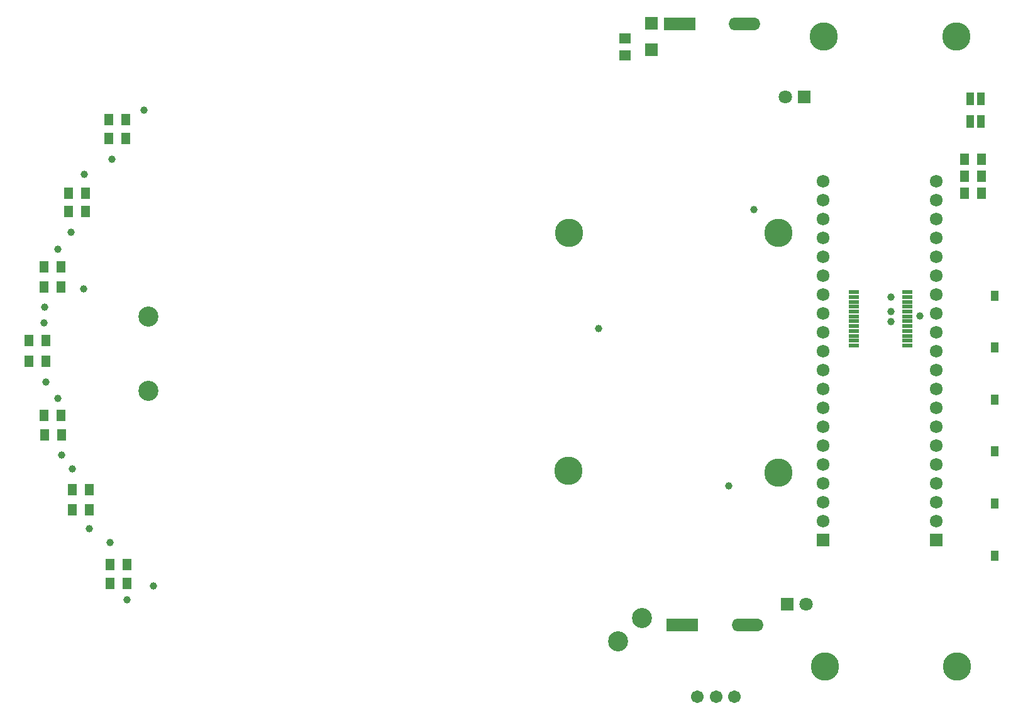
<source format=gbr>
G04*
G04 #@! TF.GenerationSoftware,Altium Limited,Altium Designer,25.5.2 (35)*
G04*
G04 Layer_Color=8388736*
%FSLAX25Y25*%
%MOIN*%
G70*
G04*
G04 #@! TF.SameCoordinates,3A6C04F0-8456-4D88-A865-9B6E00D0E649*
G04*
G04*
G04 #@! TF.FilePolarity,Negative*
G04*
G01*
G75*
%ADD29R,0.06800X0.06800*%
%ADD30R,0.06300X0.05800*%
%ADD31R,0.04737X0.06300*%
%ADD32R,0.05721X0.02375*%
%ADD33R,0.03950X0.05524*%
%ADD34O,0.16800X0.06706*%
%ADD35R,0.04343X0.06706*%
%ADD36R,0.16800X0.06706*%
%ADD37C,0.14973*%
%ADD38C,0.02375*%
%ADD39C,0.10642*%
%ADD40C,0.02769*%
%ADD41R,0.06784X0.06784*%
%ADD42C,0.06784*%
%ADD43C,0.06737*%
%ADD44R,0.07099X0.07099*%
%ADD45C,0.07099*%
%ADD46C,0.03950*%
D29*
X341500Y370500D02*
D03*
Y356500D02*
D03*
D30*
X327500Y362500D02*
D03*
Y353500D02*
D03*
D31*
X34500Y113000D02*
D03*
X43500D02*
D03*
X34500Y123500D02*
D03*
X19500Y163000D02*
D03*
X32500Y280500D02*
D03*
X41500Y271000D02*
D03*
X20500Y191500D02*
D03*
X63000Y309500D02*
D03*
X54000D02*
D03*
X32500Y271000D02*
D03*
X41500Y280500D02*
D03*
X54500Y84000D02*
D03*
X63500D02*
D03*
X54500Y74000D02*
D03*
X63500D02*
D03*
X43500Y123500D02*
D03*
X28500Y163000D02*
D03*
X29000Y152500D02*
D03*
X20000D02*
D03*
X20500Y202500D02*
D03*
X11500D02*
D03*
Y191500D02*
D03*
X19500Y241500D02*
D03*
X19500Y231000D02*
D03*
X63000Y319500D02*
D03*
X28500Y241500D02*
D03*
X507500Y280500D02*
D03*
Y298500D02*
D03*
Y289500D02*
D03*
X54000Y319500D02*
D03*
X516500Y289500D02*
D03*
Y280500D02*
D03*
Y298500D02*
D03*
X28500Y231000D02*
D03*
D32*
X477272Y215280D02*
D03*
Y225516D02*
D03*
X448728Y222957D02*
D03*
Y207602D02*
D03*
X477272Y212720D02*
D03*
Y217839D02*
D03*
Y210161D02*
D03*
Y205043D02*
D03*
Y207602D02*
D03*
Y222957D02*
D03*
Y220398D02*
D03*
Y199925D02*
D03*
Y202484D02*
D03*
Y228075D02*
D03*
X448728Y199925D02*
D03*
Y202484D02*
D03*
Y210161D02*
D03*
Y212720D02*
D03*
Y228075D02*
D03*
Y225516D02*
D03*
Y220398D02*
D03*
Y217839D02*
D03*
Y215280D02*
D03*
Y205043D02*
D03*
D33*
X523622Y116142D02*
D03*
X523500Y171280D02*
D03*
Y226378D02*
D03*
Y198819D02*
D03*
X523622Y88583D02*
D03*
X523500Y143720D02*
D03*
D34*
X391016Y370079D02*
D03*
X392500Y52000D02*
D03*
D35*
X510715Y330602D02*
D03*
X516295D02*
D03*
X516285Y318398D02*
D03*
X510715D02*
D03*
D36*
X356516Y370079D02*
D03*
X358000Y52000D02*
D03*
D37*
X503709Y30000D02*
D03*
X433417D02*
D03*
X432882Y363500D02*
D03*
X503173D02*
D03*
X409000Y132500D02*
D03*
X297500Y133500D02*
D03*
X409000Y259500D02*
D03*
X298000D02*
D03*
D38*
X503500Y36000D02*
D03*
X507500Y34500D02*
D03*
X499500Y34000D02*
D03*
X509520Y30000D02*
D03*
X504000Y24500D02*
D03*
X499500Y26000D02*
D03*
X507500D02*
D03*
X498000Y30000D02*
D03*
X433209Y36000D02*
D03*
X437209Y34500D02*
D03*
X429209Y34000D02*
D03*
X439228Y30000D02*
D03*
X433709Y24500D02*
D03*
X429209Y26000D02*
D03*
X437209D02*
D03*
X427709Y30000D02*
D03*
X433091Y357500D02*
D03*
X429091Y359000D02*
D03*
X437091Y359500D02*
D03*
X427071Y363500D02*
D03*
X432591Y369000D02*
D03*
X437091Y367500D02*
D03*
X429091D02*
D03*
X438591Y363500D02*
D03*
X503382Y357500D02*
D03*
X499382Y359000D02*
D03*
X507382Y359500D02*
D03*
X497362Y363500D02*
D03*
X502882Y369000D02*
D03*
X507382Y367500D02*
D03*
X499382D02*
D03*
X508882Y363500D02*
D03*
D39*
X336500Y55500D02*
D03*
X323762Y43322D02*
D03*
X75000Y215370D02*
D03*
Y176000D02*
D03*
D40*
X409000Y265500D02*
D03*
X415000Y259500D02*
D03*
X409000Y253500D02*
D03*
X413500Y263500D02*
D03*
Y255500D02*
D03*
X404500D02*
D03*
X403000Y259500D02*
D03*
X404500Y263500D02*
D03*
X409000Y138500D02*
D03*
X413500Y136500D02*
D03*
X304000Y259500D02*
D03*
X298000Y253500D02*
D03*
X302500Y263500D02*
D03*
X292000Y259500D02*
D03*
X293500Y263500D02*
D03*
X302500Y255500D02*
D03*
X293500D02*
D03*
X298000Y265500D02*
D03*
X303500Y133500D02*
D03*
X297500Y127500D02*
D03*
X302000Y137500D02*
D03*
X291500Y133500D02*
D03*
X293000Y137500D02*
D03*
X302000Y129500D02*
D03*
X293000D02*
D03*
X297500Y139500D02*
D03*
X415000Y132500D02*
D03*
X409000Y126500D02*
D03*
X403000Y132500D02*
D03*
X404500Y136500D02*
D03*
X413500Y128500D02*
D03*
X404500D02*
D03*
D41*
X492500Y97000D02*
D03*
X432500D02*
D03*
D42*
X492500Y107000D02*
D03*
Y117000D02*
D03*
Y127000D02*
D03*
Y137000D02*
D03*
Y147000D02*
D03*
Y157000D02*
D03*
Y167000D02*
D03*
Y177000D02*
D03*
Y187000D02*
D03*
Y197000D02*
D03*
Y207000D02*
D03*
Y217000D02*
D03*
Y227000D02*
D03*
Y237000D02*
D03*
Y247000D02*
D03*
Y257000D02*
D03*
Y267000D02*
D03*
Y277000D02*
D03*
Y287000D02*
D03*
X432500Y107000D02*
D03*
Y117000D02*
D03*
Y127000D02*
D03*
Y137000D02*
D03*
Y147000D02*
D03*
Y157000D02*
D03*
Y167000D02*
D03*
Y177000D02*
D03*
Y217000D02*
D03*
Y227000D02*
D03*
Y257000D02*
D03*
Y267000D02*
D03*
Y277000D02*
D03*
Y287000D02*
D03*
Y207000D02*
D03*
Y247000D02*
D03*
Y187000D02*
D03*
Y197000D02*
D03*
Y237000D02*
D03*
D43*
X375843Y14000D02*
D03*
X366000D02*
D03*
X385685D02*
D03*
D44*
X413386Y63000D02*
D03*
X422500Y331500D02*
D03*
D45*
X423386Y63000D02*
D03*
X412500Y331500D02*
D03*
D46*
X19826Y220338D02*
D03*
X19500Y212000D02*
D03*
X468500Y225500D02*
D03*
Y218000D02*
D03*
X313500Y209000D02*
D03*
X54500Y95500D02*
D03*
X34500Y134500D02*
D03*
X27000Y172000D02*
D03*
X72500Y324500D02*
D03*
X41000Y290500D02*
D03*
X27000Y251000D02*
D03*
X63500Y65335D02*
D03*
X77500Y72500D02*
D03*
X43500Y103000D02*
D03*
X29000Y142000D02*
D03*
X20500Y180500D02*
D03*
X484000Y215500D02*
D03*
X468500Y212500D02*
D03*
X34000Y260000D02*
D03*
X55500Y298500D02*
D03*
X40500Y230000D02*
D03*
X396000Y272000D02*
D03*
X382500Y125500D02*
D03*
M02*

</source>
